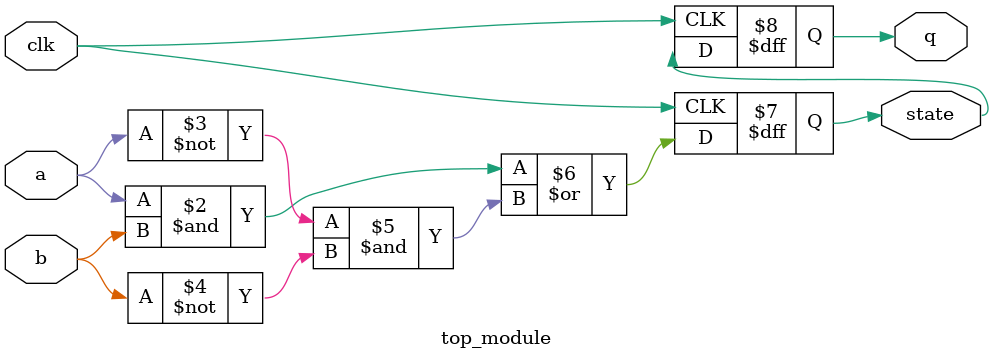
<source format=sv>
module top_module (
    input clk,
    input a,
    input b,
    output reg state,
    output reg q
);

    always @(posedge clk) begin
        // Using the value of 'a' and 'b' to determine next state
        state <= (a & b) | (~a & ~b);
        q <= state;
    end
    
endmodule

</source>
